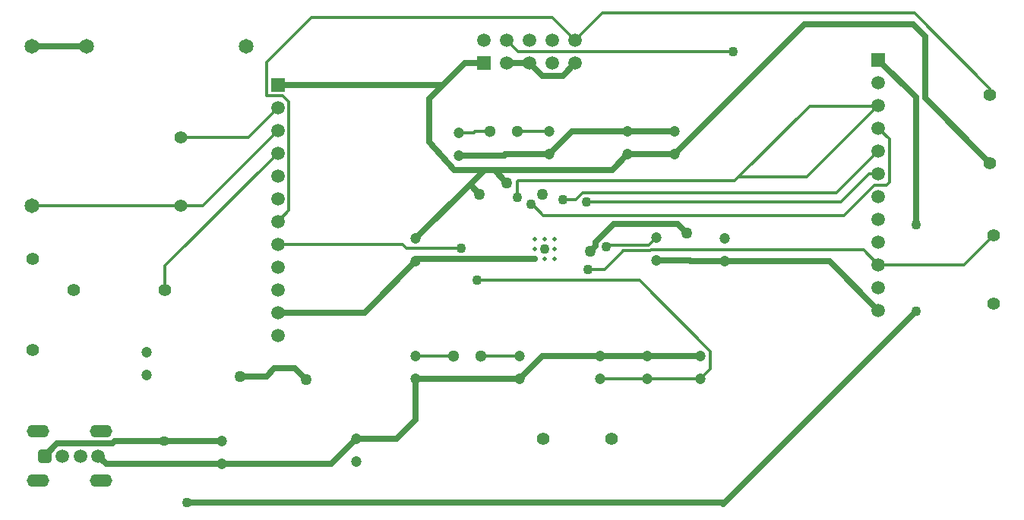
<source format=gbl>
%FSLAX44Y44*%
%MOMM*%
G71*
G01*
G75*
G04 Layer_Physical_Order=3*
G04 Layer_Color=16711680*
%ADD10R,2.4000X3.3000*%
%ADD11R,1.3000X0.5500*%
%ADD12O,0.7500X0.3000*%
%ADD13O,0.3000X0.7500*%
%ADD14R,3.6000X3.6000*%
%ADD15C,0.6530*%
%ADD16C,0.3000*%
%ADD17C,0.2540*%
%ADD18C,1.3000*%
%ADD19C,1.4000*%
%ADD20R,1.5000X1.5000*%
%ADD21C,1.5000*%
%ADD22R,1.5000X1.5000*%
%ADD23C,1.2000*%
%ADD24O,2.5000X1.4000*%
G04:AMPARAMS|DCode=25|XSize=1.52mm|YSize=1.52mm|CornerRadius=0.38mm|HoleSize=0mm|Usage=FLASHONLY|Rotation=270.000|XOffset=0mm|YOffset=0mm|HoleType=Round|Shape=RoundedRectangle|*
%AMROUNDEDRECTD25*
21,1,1.5200,0.7600,0,0,270.0*
21,1,0.7600,1.5200,0,0,270.0*
1,1,0.7600,-0.3800,-0.3800*
1,1,0.7600,-0.3800,0.3800*
1,1,0.7600,0.3800,0.3800*
1,1,0.7600,0.3800,-0.3800*
%
%ADD25ROUNDEDRECTD25*%
%ADD26C,1.5200*%
%ADD27C,1.6500*%
%ADD28C,1.1000*%
%ADD29C,1.2700*%
%ADD30C,0.5000*%
%ADD31C,1.0160*%
%ADD32C,1.7160*%
%ADD33C,1.8660*%
%ADD34C,1.9160*%
%ADD35C,1.7160*%
%ADD36O,2.5160X1.7660*%
%ADD37C,2.0160*%
D15*
X1012190Y947420D02*
X1127760D01*
X584200Y1318260D02*
X645160D01*
X1579626Y1260094D02*
Y1329182D01*
X1566418Y1342390D02*
X1579626Y1329182D01*
X1445260Y1342390D02*
X1566418D01*
X598300Y861060D02*
X612270Y875030D01*
X674370D01*
X676910Y877570D01*
X1473200Y1078230D02*
X1527810Y1023620D01*
X1230884Y1180084D02*
X1248410Y1197610D01*
X918210Y852170D02*
X946150Y880110D01*
X1176020Y1285240D02*
X1189990Y1299210D01*
X1153160Y1285240D02*
X1176020D01*
X1060450Y1196340D02*
X1110742D01*
X667190Y852170D02*
X796290D01*
X1127760Y947420D02*
X1153160Y972820D01*
X1160780Y1197610D02*
X1186180Y1223010D01*
X1248410D01*
X1579626Y1260094D02*
X1652270Y1187450D01*
X1300480Y1197610D02*
X1445260Y1342390D01*
X1248410Y1197610D02*
X1300480D01*
X1139190Y1299210D02*
X1153160Y1285240D01*
X1113790Y1299210D02*
X1139190D01*
X1110742Y1196340D02*
X1112012Y1197610D01*
X1160780D01*
X1248410Y1223010D02*
X1300480D01*
X1356360Y1078230D02*
X1473200D01*
X858520Y1021080D02*
X955040D01*
X1012190Y1078230D01*
X1270000Y972820D02*
X1329690D01*
X1217930D02*
X1270000D01*
X1153160D02*
X1217930D01*
X1012190Y901700D02*
Y947420D01*
X990600Y880110D02*
X1012190Y901700D01*
X946150Y880110D02*
X990600D01*
X796290Y852170D02*
X918210D01*
X658300Y861060D02*
X667190Y852170D01*
X731520Y877570D02*
X796290D01*
X676910D02*
X731520D01*
X1569720Y1118870D02*
Y1261110D01*
X1527810Y1303020D02*
X1569720Y1261110D01*
X1355090Y807720D02*
X1569720Y1022350D01*
X1353820Y808990D02*
X1355090Y807720D01*
X756920Y808990D02*
X1353820D01*
X1072515Y1163955D02*
X1083310Y1153160D01*
X1012190Y1103630D02*
X1072515Y1163955D01*
X1088644Y1180084D01*
X1099820Y1179830D02*
X1113790Y1165860D01*
X1099820Y1179830D02*
Y1180084D01*
X1088644D02*
X1099820D01*
X1230884D01*
X1206500Y1089450D02*
X1212515Y1095465D01*
Y1099613D01*
X1233042Y1120140D01*
X1318768Y1078230D02*
X1356360D01*
X1280160Y1079500D02*
X1317498D01*
X1318768Y1078230D01*
X1233042Y1120140D02*
X1304290D01*
X1314450Y1109980D01*
X1055370Y1180084D02*
X1088644D01*
X1027113Y1211176D02*
X1055370Y1180084D01*
X1027113Y1211176D02*
Y1259523D01*
X1066800Y1299210D02*
X1088390D01*
X858520Y1275080D02*
X1042670D01*
X1027113Y1259523D02*
X1042670Y1275080D01*
X1066800Y1299210D01*
X1073580Y1081200D02*
X1144700D01*
X1073577Y1081197D02*
X1073580Y1081200D01*
X1057609Y1081197D02*
X1073577D01*
X1057606Y1081200D02*
X1057609Y1081197D01*
X1015160Y1081200D02*
X1057606D01*
X1012190Y1078230D02*
X1015160Y1081200D01*
X816610Y949960D02*
X845820D01*
X854710Y958850D01*
X877570D01*
X890270Y946150D01*
D16*
X1217930Y947420D02*
X1270000D01*
X1329690D01*
X1568196Y1354836D02*
X1652270Y1270762D01*
Y1263650D02*
Y1270762D01*
X774700Y1140460D02*
X858520Y1224280D01*
X1511554Y1090676D02*
X1527810Y1074420D01*
X858520Y1122680D02*
X870712Y1134872D01*
X846328Y1262888D02*
Y1300480D01*
X896112Y1350264D02*
X1164336D01*
X1189990Y1324610D01*
X1329690Y947420D02*
X1340358Y958088D01*
X1261466Y1056792D02*
X1340358Y977900D01*
X1371854Y1171956D02*
X1451229Y1251331D01*
X1540002Y1166114D02*
Y1214628D01*
X1536700Y1162812D02*
X1540002Y1166114D01*
X1485714Y1144524D02*
X1517210Y1176020D01*
X1527810D01*
X858520Y1097280D02*
X997458D01*
X1001776Y1092962D02*
X1051306D01*
X750570Y1216660D02*
X825500D01*
X858520Y1249680D01*
X1451229Y1251331D02*
X1526921D01*
X1527810Y1252220D01*
X1623060Y1074420D02*
X1656080Y1107440D01*
X1527810Y1074420D02*
X1623060D01*
X1527810Y1226820D02*
X1540002Y1214628D01*
X1522984Y1162812D02*
X1536700D01*
X1489710Y1129538D02*
X1522984Y1162812D01*
X1220216Y1354836D02*
X1568196D01*
X1189990Y1324610D02*
X1220216Y1354836D01*
X846328Y1300480D02*
X896112Y1350264D01*
X750570Y1140460D02*
X774700D01*
X584200D02*
X750570D01*
X732790Y1073150D02*
X858520Y1198880D01*
X732790Y1046480D02*
Y1073150D01*
X1012190Y972820D02*
X1053840D01*
X1084840D02*
X1127760D01*
X1125480Y1223010D02*
X1160780D01*
X1340358Y958088D02*
Y977900D01*
X1077976Y1223010D02*
X1094480D01*
X1076706Y1221740D02*
X1077976Y1223010D01*
X1060450Y1221740D02*
X1076706D01*
X997458Y1097280D02*
X1001776Y1092962D01*
X1113790Y1324610D02*
X1125982Y1312418D01*
X1202182Y1144524D02*
X1485714D01*
X1371854Y1171956D02*
X1447546D01*
X1526921Y1251331D01*
X1125982Y1312418D02*
X1366012D01*
X1051306Y1092962D02*
X1062482D01*
X1198040Y1154524D02*
X1480914D01*
X1176020Y1146810D02*
X1190326D01*
X1198040Y1154524D01*
X1480914D02*
X1527810Y1201420D01*
X1125220Y1166876D02*
X1126236Y1167892D01*
X1125220Y1149350D02*
Y1166876D01*
X1140460Y1141730D02*
Y1143508D01*
X1154430Y1129538D01*
X1080317Y1056792D02*
X1261466D01*
X1203960Y1069086D02*
X1222756D01*
X1243170Y1089820D02*
X1243330Y1089660D01*
X1222756Y1069086D02*
X1243330Y1089660D01*
X1126236Y1167892D02*
X1367790D01*
X1371854Y1171956D01*
X1273565Y1089820D02*
X1274421Y1090676D01*
X1243170Y1089820D02*
X1273565D01*
X1224280Y1094740D02*
X1225981Y1096441D01*
X1271701D01*
X1280160Y1104900D01*
X1274421Y1090676D02*
X1511554D01*
X1154430Y1129538D02*
X1489710D01*
X870712Y1134872D02*
Y1255776D01*
X846328Y1262888D02*
X863600D01*
X870712Y1255776D01*
D18*
X1094480Y1223010D02*
D03*
X1125480D02*
D03*
X1084840Y972820D02*
D03*
X1053840D02*
D03*
D19*
X1230630Y880110D02*
D03*
X1154430D02*
D03*
X1656080Y1107440D02*
D03*
Y1031240D02*
D03*
X1652270Y1263650D02*
D03*
Y1187450D02*
D03*
X750570Y1140460D02*
D03*
Y1216660D02*
D03*
X732790Y1046480D02*
D03*
X631190D02*
D03*
X585470Y1080770D02*
D03*
Y979170D02*
D03*
D20*
X1527810Y1303020D02*
D03*
X858520Y1275080D02*
D03*
D21*
X1527810Y1277620D02*
D03*
Y1252220D02*
D03*
Y1226820D02*
D03*
Y1201420D02*
D03*
Y1176020D02*
D03*
Y1150620D02*
D03*
Y1125220D02*
D03*
Y1099820D02*
D03*
Y1074420D02*
D03*
Y1049020D02*
D03*
Y1023620D02*
D03*
X858520Y1249680D02*
D03*
Y1224280D02*
D03*
Y1198880D02*
D03*
Y1173480D02*
D03*
Y1148080D02*
D03*
Y1122680D02*
D03*
Y1097280D02*
D03*
Y1071880D02*
D03*
Y1046480D02*
D03*
Y1021080D02*
D03*
Y995680D02*
D03*
X1088390Y1324610D02*
D03*
X1113790Y1299210D02*
D03*
Y1324610D02*
D03*
X1139190Y1299210D02*
D03*
Y1324610D02*
D03*
X1164590Y1299210D02*
D03*
Y1324610D02*
D03*
X1189990Y1299210D02*
D03*
Y1324610D02*
D03*
D22*
X1088390Y1299210D02*
D03*
D23*
X1270000Y947420D02*
D03*
Y972820D02*
D03*
X1300480Y1197610D02*
D03*
Y1223010D02*
D03*
X1217930Y947420D02*
D03*
Y972820D02*
D03*
X1248410Y1197610D02*
D03*
Y1223010D02*
D03*
X1012190Y1103630D02*
D03*
Y1078230D02*
D03*
X1356360Y1103630D02*
D03*
Y1078230D02*
D03*
X1280160Y1104900D02*
D03*
Y1079500D02*
D03*
X946150Y854710D02*
D03*
Y880110D02*
D03*
X1012190Y972820D02*
D03*
Y947420D02*
D03*
X1127760Y972820D02*
D03*
Y947420D02*
D03*
X1060450Y1221740D02*
D03*
Y1196340D02*
D03*
X1160780Y1223010D02*
D03*
Y1197610D02*
D03*
X1329690Y947420D02*
D03*
Y972820D02*
D03*
X796290Y877570D02*
D03*
Y852170D02*
D03*
X712470Y976630D02*
D03*
Y951230D02*
D03*
D24*
X661000Y888410D02*
D03*
Y833710D02*
D03*
X591000D02*
D03*
Y888410D02*
D03*
D25*
X598300Y861060D02*
D03*
D26*
X618300D02*
D03*
X638300D02*
D03*
X658300D02*
D03*
D27*
X584200Y1318260D02*
D03*
Y1140460D02*
D03*
X645160Y1318260D02*
D03*
X822960D02*
D03*
D28*
X1080317Y1056792D02*
D03*
X1062482Y1092962D02*
D03*
X1155700Y1092200D02*
D03*
X1569720Y1118870D02*
D03*
Y1022350D02*
D03*
X731520Y877570D02*
D03*
X1366012Y1312418D02*
D03*
X1202182Y1144524D02*
D03*
X756920Y808990D02*
D03*
X1176020Y1146810D02*
D03*
X1125220Y1149350D02*
D03*
X1140460Y1141730D02*
D03*
X1203960Y1069086D02*
D03*
X1224280Y1094740D02*
D03*
D29*
X1083310Y1153160D02*
D03*
X1153160D02*
D03*
X1113790Y1165860D02*
D03*
X1206500Y1089450D02*
D03*
X1314450Y1109980D02*
D03*
X816610Y949960D02*
D03*
X890270Y946150D02*
D03*
D30*
X1144700Y1103200D02*
D03*
X1155700D02*
D03*
X1166700D02*
D03*
X1144700Y1092200D02*
D03*
X1155700D02*
D03*
X1166700D02*
D03*
X1144700Y1081200D02*
D03*
X1155700D02*
D03*
X1166700D02*
D03*
M02*

</source>
